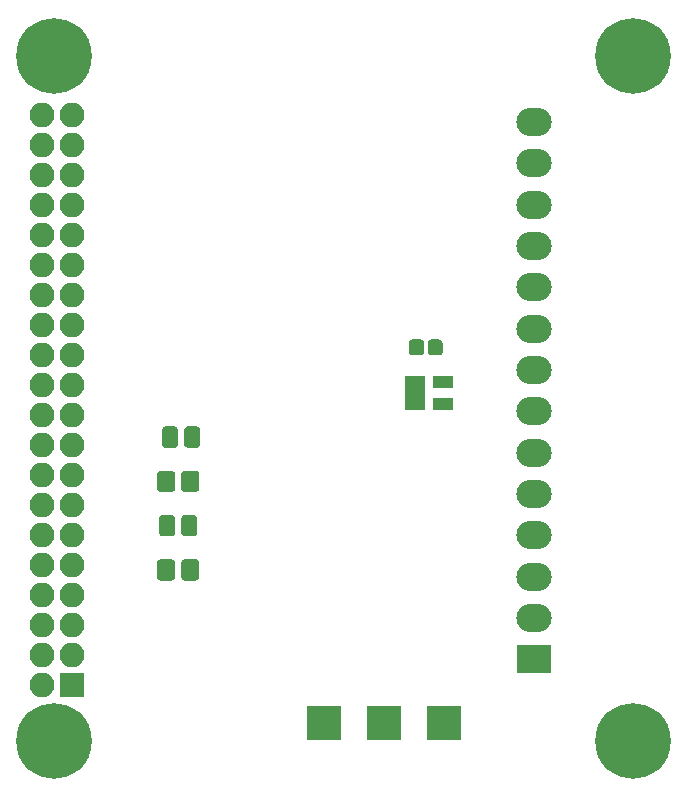
<source format=gbr>
G04 #@! TF.GenerationSoftware,KiCad,Pcbnew,6.0.0-rc1-unknown-46fddab~66~ubuntu16.04.1*
G04 #@! TF.CreationDate,2018-09-29T20:34:26+01:00*
G04 #@! TF.ProjectId,test,746573742E6B696361645F7063620000,rev?*
G04 #@! TF.SameCoordinates,Original*
G04 #@! TF.FileFunction,Soldermask,Top*
G04 #@! TF.FilePolarity,Negative*
%FSLAX46Y46*%
G04 Gerber Fmt 4.6, Leading zero omitted, Abs format (unit mm)*
G04 Created by KiCad (PCBNEW 6.0.0-rc1-unknown-46fddab~66~ubuntu16.04.1) date Sat Sep 29 20:34:26 2018*
%MOMM*%
%LPD*%
G01*
G04 APERTURE LIST*
%ADD10R,2.900000X2.900000*%
%ADD11C,6.400000*%
%ADD12C,0.100000*%
%ADD13C,1.275000*%
%ADD14R,3.000000X2.400000*%
%ADD15O,3.000000X2.400000*%
%ADD16R,2.100000X2.100000*%
%ADD17O,2.100000X2.100000*%
%ADD18R,1.790000X0.980000*%
%ADD19C,1.550000*%
%ADD20C,1.375000*%
G04 APERTURE END LIST*
D10*
G04 #@! TO.C,K*
X173990000Y-105750000D03*
G04 #@! TD*
G04 #@! TO.C,5V*
X168910000Y-105750000D03*
G04 #@! TD*
D11*
G04 #@! TO.C,REF\002A\002A*
X141000000Y-49250000D03*
G04 #@! TD*
G04 #@! TO.C,REF\002A\002A*
X190000000Y-49250000D03*
G04 #@! TD*
G04 #@! TO.C,REF\002A\002A*
X190000000Y-107250000D03*
G04 #@! TD*
G04 #@! TO.C,REF\002A\002A*
X141000000Y-107250000D03*
G04 #@! TD*
D12*
G04 #@! TO.C,C4*
G36*
X172028493Y-73240535D02*
X172059435Y-73245125D01*
X172089778Y-73252725D01*
X172119230Y-73263263D01*
X172147508Y-73276638D01*
X172174338Y-73292719D01*
X172199463Y-73311353D01*
X172222640Y-73332360D01*
X172243647Y-73355537D01*
X172262281Y-73380662D01*
X172278362Y-73407492D01*
X172291737Y-73435770D01*
X172302275Y-73465222D01*
X172309875Y-73495565D01*
X172314465Y-73526507D01*
X172316000Y-73557750D01*
X172316000Y-74270250D01*
X172314465Y-74301493D01*
X172309875Y-74332435D01*
X172302275Y-74362778D01*
X172291737Y-74392230D01*
X172278362Y-74420508D01*
X172262281Y-74447338D01*
X172243647Y-74472463D01*
X172222640Y-74495640D01*
X172199463Y-74516647D01*
X172174338Y-74535281D01*
X172147508Y-74551362D01*
X172119230Y-74564737D01*
X172089778Y-74575275D01*
X172059435Y-74582875D01*
X172028493Y-74587465D01*
X171997250Y-74589000D01*
X171359750Y-74589000D01*
X171328507Y-74587465D01*
X171297565Y-74582875D01*
X171267222Y-74575275D01*
X171237770Y-74564737D01*
X171209492Y-74551362D01*
X171182662Y-74535281D01*
X171157537Y-74516647D01*
X171134360Y-74495640D01*
X171113353Y-74472463D01*
X171094719Y-74447338D01*
X171078638Y-74420508D01*
X171065263Y-74392230D01*
X171054725Y-74362778D01*
X171047125Y-74332435D01*
X171042535Y-74301493D01*
X171041000Y-74270250D01*
X171041000Y-73557750D01*
X171042535Y-73526507D01*
X171047125Y-73495565D01*
X171054725Y-73465222D01*
X171065263Y-73435770D01*
X171078638Y-73407492D01*
X171094719Y-73380662D01*
X171113353Y-73355537D01*
X171134360Y-73332360D01*
X171157537Y-73311353D01*
X171182662Y-73292719D01*
X171209492Y-73276638D01*
X171237770Y-73263263D01*
X171267222Y-73252725D01*
X171297565Y-73245125D01*
X171328507Y-73240535D01*
X171359750Y-73239000D01*
X171997250Y-73239000D01*
X172028493Y-73240535D01*
X172028493Y-73240535D01*
G37*
D13*
X171678500Y-73914000D03*
D12*
G36*
X173603493Y-73240535D02*
X173634435Y-73245125D01*
X173664778Y-73252725D01*
X173694230Y-73263263D01*
X173722508Y-73276638D01*
X173749338Y-73292719D01*
X173774463Y-73311353D01*
X173797640Y-73332360D01*
X173818647Y-73355537D01*
X173837281Y-73380662D01*
X173853362Y-73407492D01*
X173866737Y-73435770D01*
X173877275Y-73465222D01*
X173884875Y-73495565D01*
X173889465Y-73526507D01*
X173891000Y-73557750D01*
X173891000Y-74270250D01*
X173889465Y-74301493D01*
X173884875Y-74332435D01*
X173877275Y-74362778D01*
X173866737Y-74392230D01*
X173853362Y-74420508D01*
X173837281Y-74447338D01*
X173818647Y-74472463D01*
X173797640Y-74495640D01*
X173774463Y-74516647D01*
X173749338Y-74535281D01*
X173722508Y-74551362D01*
X173694230Y-74564737D01*
X173664778Y-74575275D01*
X173634435Y-74582875D01*
X173603493Y-74587465D01*
X173572250Y-74589000D01*
X172934750Y-74589000D01*
X172903507Y-74587465D01*
X172872565Y-74582875D01*
X172842222Y-74575275D01*
X172812770Y-74564737D01*
X172784492Y-74551362D01*
X172757662Y-74535281D01*
X172732537Y-74516647D01*
X172709360Y-74495640D01*
X172688353Y-74472463D01*
X172669719Y-74447338D01*
X172653638Y-74420508D01*
X172640263Y-74392230D01*
X172629725Y-74362778D01*
X172622125Y-74332435D01*
X172617535Y-74301493D01*
X172616000Y-74270250D01*
X172616000Y-73557750D01*
X172617535Y-73526507D01*
X172622125Y-73495565D01*
X172629725Y-73465222D01*
X172640263Y-73435770D01*
X172653638Y-73407492D01*
X172669719Y-73380662D01*
X172688353Y-73355537D01*
X172709360Y-73332360D01*
X172732537Y-73311353D01*
X172757662Y-73292719D01*
X172784492Y-73276638D01*
X172812770Y-73263263D01*
X172842222Y-73252725D01*
X172872565Y-73245125D01*
X172903507Y-73240535D01*
X172934750Y-73239000D01*
X173572250Y-73239000D01*
X173603493Y-73240535D01*
X173603493Y-73240535D01*
G37*
D13*
X173253500Y-73914000D03*
G04 #@! TD*
D14*
G04 #@! TO.C,J1*
X181610000Y-100330000D03*
D15*
X181610000Y-96830000D03*
X181610000Y-93330000D03*
X181610000Y-89830000D03*
X181610000Y-86330000D03*
X181610000Y-82830000D03*
X181610000Y-79330000D03*
X181610000Y-75830000D03*
X181610000Y-72330000D03*
X181610000Y-68830000D03*
X181610000Y-65330000D03*
X181610000Y-61830000D03*
X181610000Y-58330000D03*
X181610000Y-54830000D03*
G04 #@! TD*
D16*
G04 #@! TO.C,RASPI_2_3_HEADER1*
X142500000Y-102500000D03*
D17*
X139960000Y-102500000D03*
X142500000Y-99960000D03*
X139960000Y-99960000D03*
X142500000Y-97420000D03*
X139960000Y-97420000D03*
X142500000Y-94880000D03*
X139960000Y-94880000D03*
X142500000Y-92340000D03*
X139960000Y-92340000D03*
X142500000Y-89800000D03*
X139960000Y-89800000D03*
X142500000Y-87260000D03*
X139960000Y-87260000D03*
X142500000Y-84720000D03*
X139960000Y-84720000D03*
X142500000Y-82180000D03*
X139960000Y-82180000D03*
X142500000Y-79640000D03*
X139960000Y-79640000D03*
X142500000Y-77100000D03*
X139960000Y-77100000D03*
X142500000Y-74560000D03*
X139960000Y-74560000D03*
X142500000Y-72020000D03*
X139960000Y-72020000D03*
X142500000Y-69480000D03*
X139960000Y-69480000D03*
X142500000Y-66940000D03*
X139960000Y-66940000D03*
X142500000Y-64400000D03*
X139960000Y-64400000D03*
X142500000Y-61860000D03*
X139960000Y-61860000D03*
X142500000Y-59320000D03*
X139960000Y-59320000D03*
X142500000Y-56780000D03*
X139960000Y-56780000D03*
X142500000Y-54240000D03*
X139960000Y-54240000D03*
G04 #@! TD*
D18*
G04 #@! TO.C,U4*
X171585000Y-76800000D03*
X171585000Y-77750000D03*
X171585000Y-78700000D03*
X173915000Y-78700000D03*
X173915000Y-76800000D03*
G04 #@! TD*
D10*
G04 #@! TO.C,GND*
X163830000Y-105750000D03*
G04 #@! TD*
D12*
G04 #@! TO.C,D2*
G36*
X150946071Y-84351623D02*
X150978781Y-84356475D01*
X151010857Y-84364509D01*
X151041991Y-84375649D01*
X151071884Y-84389787D01*
X151100247Y-84406787D01*
X151126807Y-84426485D01*
X151151308Y-84448692D01*
X151173515Y-84473193D01*
X151193213Y-84499753D01*
X151210213Y-84528116D01*
X151224351Y-84558009D01*
X151235491Y-84589143D01*
X151243525Y-84621219D01*
X151248377Y-84653929D01*
X151250000Y-84686956D01*
X151250000Y-85813044D01*
X151248377Y-85846071D01*
X151243525Y-85878781D01*
X151235491Y-85910857D01*
X151224351Y-85941991D01*
X151210213Y-85971884D01*
X151193213Y-86000247D01*
X151173515Y-86026807D01*
X151151308Y-86051308D01*
X151126807Y-86073515D01*
X151100247Y-86093213D01*
X151071884Y-86110213D01*
X151041991Y-86124351D01*
X151010857Y-86135491D01*
X150978781Y-86143525D01*
X150946071Y-86148377D01*
X150913044Y-86150000D01*
X150036956Y-86150000D01*
X150003929Y-86148377D01*
X149971219Y-86143525D01*
X149939143Y-86135491D01*
X149908009Y-86124351D01*
X149878116Y-86110213D01*
X149849753Y-86093213D01*
X149823193Y-86073515D01*
X149798692Y-86051308D01*
X149776485Y-86026807D01*
X149756787Y-86000247D01*
X149739787Y-85971884D01*
X149725649Y-85941991D01*
X149714509Y-85910857D01*
X149706475Y-85878781D01*
X149701623Y-85846071D01*
X149700000Y-85813044D01*
X149700000Y-84686956D01*
X149701623Y-84653929D01*
X149706475Y-84621219D01*
X149714509Y-84589143D01*
X149725649Y-84558009D01*
X149739787Y-84528116D01*
X149756787Y-84499753D01*
X149776485Y-84473193D01*
X149798692Y-84448692D01*
X149823193Y-84426485D01*
X149849753Y-84406787D01*
X149878116Y-84389787D01*
X149908009Y-84375649D01*
X149939143Y-84364509D01*
X149971219Y-84356475D01*
X150003929Y-84351623D01*
X150036956Y-84350000D01*
X150913044Y-84350000D01*
X150946071Y-84351623D01*
X150946071Y-84351623D01*
G37*
D19*
X150475000Y-85250000D03*
D12*
G36*
X152996071Y-84351623D02*
X153028781Y-84356475D01*
X153060857Y-84364509D01*
X153091991Y-84375649D01*
X153121884Y-84389787D01*
X153150247Y-84406787D01*
X153176807Y-84426485D01*
X153201308Y-84448692D01*
X153223515Y-84473193D01*
X153243213Y-84499753D01*
X153260213Y-84528116D01*
X153274351Y-84558009D01*
X153285491Y-84589143D01*
X153293525Y-84621219D01*
X153298377Y-84653929D01*
X153300000Y-84686956D01*
X153300000Y-85813044D01*
X153298377Y-85846071D01*
X153293525Y-85878781D01*
X153285491Y-85910857D01*
X153274351Y-85941991D01*
X153260213Y-85971884D01*
X153243213Y-86000247D01*
X153223515Y-86026807D01*
X153201308Y-86051308D01*
X153176807Y-86073515D01*
X153150247Y-86093213D01*
X153121884Y-86110213D01*
X153091991Y-86124351D01*
X153060857Y-86135491D01*
X153028781Y-86143525D01*
X152996071Y-86148377D01*
X152963044Y-86150000D01*
X152086956Y-86150000D01*
X152053929Y-86148377D01*
X152021219Y-86143525D01*
X151989143Y-86135491D01*
X151958009Y-86124351D01*
X151928116Y-86110213D01*
X151899753Y-86093213D01*
X151873193Y-86073515D01*
X151848692Y-86051308D01*
X151826485Y-86026807D01*
X151806787Y-86000247D01*
X151789787Y-85971884D01*
X151775649Y-85941991D01*
X151764509Y-85910857D01*
X151756475Y-85878781D01*
X151751623Y-85846071D01*
X151750000Y-85813044D01*
X151750000Y-84686956D01*
X151751623Y-84653929D01*
X151756475Y-84621219D01*
X151764509Y-84589143D01*
X151775649Y-84558009D01*
X151789787Y-84528116D01*
X151806787Y-84499753D01*
X151826485Y-84473193D01*
X151848692Y-84448692D01*
X151873193Y-84426485D01*
X151899753Y-84406787D01*
X151928116Y-84389787D01*
X151958009Y-84375649D01*
X151989143Y-84364509D01*
X152021219Y-84356475D01*
X152053929Y-84351623D01*
X152086956Y-84350000D01*
X152963044Y-84350000D01*
X152996071Y-84351623D01*
X152996071Y-84351623D01*
G37*
D19*
X152525000Y-85250000D03*
G04 #@! TD*
D12*
G04 #@! TO.C,D3*
G36*
X152996071Y-91851623D02*
X153028781Y-91856475D01*
X153060857Y-91864509D01*
X153091991Y-91875649D01*
X153121884Y-91889787D01*
X153150247Y-91906787D01*
X153176807Y-91926485D01*
X153201308Y-91948692D01*
X153223515Y-91973193D01*
X153243213Y-91999753D01*
X153260213Y-92028116D01*
X153274351Y-92058009D01*
X153285491Y-92089143D01*
X153293525Y-92121219D01*
X153298377Y-92153929D01*
X153300000Y-92186956D01*
X153300000Y-93313044D01*
X153298377Y-93346071D01*
X153293525Y-93378781D01*
X153285491Y-93410857D01*
X153274351Y-93441991D01*
X153260213Y-93471884D01*
X153243213Y-93500247D01*
X153223515Y-93526807D01*
X153201308Y-93551308D01*
X153176807Y-93573515D01*
X153150247Y-93593213D01*
X153121884Y-93610213D01*
X153091991Y-93624351D01*
X153060857Y-93635491D01*
X153028781Y-93643525D01*
X152996071Y-93648377D01*
X152963044Y-93650000D01*
X152086956Y-93650000D01*
X152053929Y-93648377D01*
X152021219Y-93643525D01*
X151989143Y-93635491D01*
X151958009Y-93624351D01*
X151928116Y-93610213D01*
X151899753Y-93593213D01*
X151873193Y-93573515D01*
X151848692Y-93551308D01*
X151826485Y-93526807D01*
X151806787Y-93500247D01*
X151789787Y-93471884D01*
X151775649Y-93441991D01*
X151764509Y-93410857D01*
X151756475Y-93378781D01*
X151751623Y-93346071D01*
X151750000Y-93313044D01*
X151750000Y-92186956D01*
X151751623Y-92153929D01*
X151756475Y-92121219D01*
X151764509Y-92089143D01*
X151775649Y-92058009D01*
X151789787Y-92028116D01*
X151806787Y-91999753D01*
X151826485Y-91973193D01*
X151848692Y-91948692D01*
X151873193Y-91926485D01*
X151899753Y-91906787D01*
X151928116Y-91889787D01*
X151958009Y-91875649D01*
X151989143Y-91864509D01*
X152021219Y-91856475D01*
X152053929Y-91851623D01*
X152086956Y-91850000D01*
X152963044Y-91850000D01*
X152996071Y-91851623D01*
X152996071Y-91851623D01*
G37*
D19*
X152525000Y-92750000D03*
D12*
G36*
X150946071Y-91851623D02*
X150978781Y-91856475D01*
X151010857Y-91864509D01*
X151041991Y-91875649D01*
X151071884Y-91889787D01*
X151100247Y-91906787D01*
X151126807Y-91926485D01*
X151151308Y-91948692D01*
X151173515Y-91973193D01*
X151193213Y-91999753D01*
X151210213Y-92028116D01*
X151224351Y-92058009D01*
X151235491Y-92089143D01*
X151243525Y-92121219D01*
X151248377Y-92153929D01*
X151250000Y-92186956D01*
X151250000Y-93313044D01*
X151248377Y-93346071D01*
X151243525Y-93378781D01*
X151235491Y-93410857D01*
X151224351Y-93441991D01*
X151210213Y-93471884D01*
X151193213Y-93500247D01*
X151173515Y-93526807D01*
X151151308Y-93551308D01*
X151126807Y-93573515D01*
X151100247Y-93593213D01*
X151071884Y-93610213D01*
X151041991Y-93624351D01*
X151010857Y-93635491D01*
X150978781Y-93643525D01*
X150946071Y-93648377D01*
X150913044Y-93650000D01*
X150036956Y-93650000D01*
X150003929Y-93648377D01*
X149971219Y-93643525D01*
X149939143Y-93635491D01*
X149908009Y-93624351D01*
X149878116Y-93610213D01*
X149849753Y-93593213D01*
X149823193Y-93573515D01*
X149798692Y-93551308D01*
X149776485Y-93526807D01*
X149756787Y-93500247D01*
X149739787Y-93471884D01*
X149725649Y-93441991D01*
X149714509Y-93410857D01*
X149706475Y-93378781D01*
X149701623Y-93346071D01*
X149700000Y-93313044D01*
X149700000Y-92186956D01*
X149701623Y-92153929D01*
X149706475Y-92121219D01*
X149714509Y-92089143D01*
X149725649Y-92058009D01*
X149739787Y-92028116D01*
X149756787Y-91999753D01*
X149776485Y-91973193D01*
X149798692Y-91948692D01*
X149823193Y-91926485D01*
X149849753Y-91906787D01*
X149878116Y-91889787D01*
X149908009Y-91875649D01*
X149939143Y-91864509D01*
X149971219Y-91856475D01*
X150003929Y-91851623D01*
X150036956Y-91850000D01*
X150913044Y-91850000D01*
X150946071Y-91851623D01*
X150946071Y-91851623D01*
G37*
D19*
X150475000Y-92750000D03*
G04 #@! TD*
D12*
G04 #@! TO.C,R18*
G36*
X153064943Y-80601655D02*
X153098312Y-80606605D01*
X153131035Y-80614802D01*
X153162797Y-80626166D01*
X153193293Y-80640590D01*
X153222227Y-80657932D01*
X153249323Y-80678028D01*
X153274318Y-80700682D01*
X153296972Y-80725677D01*
X153317068Y-80752773D01*
X153334410Y-80781707D01*
X153348834Y-80812203D01*
X153360198Y-80843965D01*
X153368395Y-80876688D01*
X153373345Y-80910057D01*
X153375000Y-80943750D01*
X153375000Y-82056250D01*
X153373345Y-82089943D01*
X153368395Y-82123312D01*
X153360198Y-82156035D01*
X153348834Y-82187797D01*
X153334410Y-82218293D01*
X153317068Y-82247227D01*
X153296972Y-82274323D01*
X153274318Y-82299318D01*
X153249323Y-82321972D01*
X153222227Y-82342068D01*
X153193293Y-82359410D01*
X153162797Y-82373834D01*
X153131035Y-82385198D01*
X153098312Y-82393395D01*
X153064943Y-82398345D01*
X153031250Y-82400000D01*
X152343750Y-82400000D01*
X152310057Y-82398345D01*
X152276688Y-82393395D01*
X152243965Y-82385198D01*
X152212203Y-82373834D01*
X152181707Y-82359410D01*
X152152773Y-82342068D01*
X152125677Y-82321972D01*
X152100682Y-82299318D01*
X152078028Y-82274323D01*
X152057932Y-82247227D01*
X152040590Y-82218293D01*
X152026166Y-82187797D01*
X152014802Y-82156035D01*
X152006605Y-82123312D01*
X152001655Y-82089943D01*
X152000000Y-82056250D01*
X152000000Y-80943750D01*
X152001655Y-80910057D01*
X152006605Y-80876688D01*
X152014802Y-80843965D01*
X152026166Y-80812203D01*
X152040590Y-80781707D01*
X152057932Y-80752773D01*
X152078028Y-80725677D01*
X152100682Y-80700682D01*
X152125677Y-80678028D01*
X152152773Y-80657932D01*
X152181707Y-80640590D01*
X152212203Y-80626166D01*
X152243965Y-80614802D01*
X152276688Y-80606605D01*
X152310057Y-80601655D01*
X152343750Y-80600000D01*
X153031250Y-80600000D01*
X153064943Y-80601655D01*
X153064943Y-80601655D01*
G37*
D20*
X152687500Y-81500000D03*
D12*
G36*
X151189943Y-80601655D02*
X151223312Y-80606605D01*
X151256035Y-80614802D01*
X151287797Y-80626166D01*
X151318293Y-80640590D01*
X151347227Y-80657932D01*
X151374323Y-80678028D01*
X151399318Y-80700682D01*
X151421972Y-80725677D01*
X151442068Y-80752773D01*
X151459410Y-80781707D01*
X151473834Y-80812203D01*
X151485198Y-80843965D01*
X151493395Y-80876688D01*
X151498345Y-80910057D01*
X151500000Y-80943750D01*
X151500000Y-82056250D01*
X151498345Y-82089943D01*
X151493395Y-82123312D01*
X151485198Y-82156035D01*
X151473834Y-82187797D01*
X151459410Y-82218293D01*
X151442068Y-82247227D01*
X151421972Y-82274323D01*
X151399318Y-82299318D01*
X151374323Y-82321972D01*
X151347227Y-82342068D01*
X151318293Y-82359410D01*
X151287797Y-82373834D01*
X151256035Y-82385198D01*
X151223312Y-82393395D01*
X151189943Y-82398345D01*
X151156250Y-82400000D01*
X150468750Y-82400000D01*
X150435057Y-82398345D01*
X150401688Y-82393395D01*
X150368965Y-82385198D01*
X150337203Y-82373834D01*
X150306707Y-82359410D01*
X150277773Y-82342068D01*
X150250677Y-82321972D01*
X150225682Y-82299318D01*
X150203028Y-82274323D01*
X150182932Y-82247227D01*
X150165590Y-82218293D01*
X150151166Y-82187797D01*
X150139802Y-82156035D01*
X150131605Y-82123312D01*
X150126655Y-82089943D01*
X150125000Y-82056250D01*
X150125000Y-80943750D01*
X150126655Y-80910057D01*
X150131605Y-80876688D01*
X150139802Y-80843965D01*
X150151166Y-80812203D01*
X150165590Y-80781707D01*
X150182932Y-80752773D01*
X150203028Y-80725677D01*
X150225682Y-80700682D01*
X150250677Y-80678028D01*
X150277773Y-80657932D01*
X150306707Y-80640590D01*
X150337203Y-80626166D01*
X150368965Y-80614802D01*
X150401688Y-80606605D01*
X150435057Y-80601655D01*
X150468750Y-80600000D01*
X151156250Y-80600000D01*
X151189943Y-80601655D01*
X151189943Y-80601655D01*
G37*
D20*
X150812500Y-81500000D03*
G04 #@! TD*
D12*
G04 #@! TO.C,R19*
G36*
X150939943Y-88101655D02*
X150973312Y-88106605D01*
X151006035Y-88114802D01*
X151037797Y-88126166D01*
X151068293Y-88140590D01*
X151097227Y-88157932D01*
X151124323Y-88178028D01*
X151149318Y-88200682D01*
X151171972Y-88225677D01*
X151192068Y-88252773D01*
X151209410Y-88281707D01*
X151223834Y-88312203D01*
X151235198Y-88343965D01*
X151243395Y-88376688D01*
X151248345Y-88410057D01*
X151250000Y-88443750D01*
X151250000Y-89556250D01*
X151248345Y-89589943D01*
X151243395Y-89623312D01*
X151235198Y-89656035D01*
X151223834Y-89687797D01*
X151209410Y-89718293D01*
X151192068Y-89747227D01*
X151171972Y-89774323D01*
X151149318Y-89799318D01*
X151124323Y-89821972D01*
X151097227Y-89842068D01*
X151068293Y-89859410D01*
X151037797Y-89873834D01*
X151006035Y-89885198D01*
X150973312Y-89893395D01*
X150939943Y-89898345D01*
X150906250Y-89900000D01*
X150218750Y-89900000D01*
X150185057Y-89898345D01*
X150151688Y-89893395D01*
X150118965Y-89885198D01*
X150087203Y-89873834D01*
X150056707Y-89859410D01*
X150027773Y-89842068D01*
X150000677Y-89821972D01*
X149975682Y-89799318D01*
X149953028Y-89774323D01*
X149932932Y-89747227D01*
X149915590Y-89718293D01*
X149901166Y-89687797D01*
X149889802Y-89656035D01*
X149881605Y-89623312D01*
X149876655Y-89589943D01*
X149875000Y-89556250D01*
X149875000Y-88443750D01*
X149876655Y-88410057D01*
X149881605Y-88376688D01*
X149889802Y-88343965D01*
X149901166Y-88312203D01*
X149915590Y-88281707D01*
X149932932Y-88252773D01*
X149953028Y-88225677D01*
X149975682Y-88200682D01*
X150000677Y-88178028D01*
X150027773Y-88157932D01*
X150056707Y-88140590D01*
X150087203Y-88126166D01*
X150118965Y-88114802D01*
X150151688Y-88106605D01*
X150185057Y-88101655D01*
X150218750Y-88100000D01*
X150906250Y-88100000D01*
X150939943Y-88101655D01*
X150939943Y-88101655D01*
G37*
D20*
X150562500Y-89000000D03*
D12*
G36*
X152814943Y-88101655D02*
X152848312Y-88106605D01*
X152881035Y-88114802D01*
X152912797Y-88126166D01*
X152943293Y-88140590D01*
X152972227Y-88157932D01*
X152999323Y-88178028D01*
X153024318Y-88200682D01*
X153046972Y-88225677D01*
X153067068Y-88252773D01*
X153084410Y-88281707D01*
X153098834Y-88312203D01*
X153110198Y-88343965D01*
X153118395Y-88376688D01*
X153123345Y-88410057D01*
X153125000Y-88443750D01*
X153125000Y-89556250D01*
X153123345Y-89589943D01*
X153118395Y-89623312D01*
X153110198Y-89656035D01*
X153098834Y-89687797D01*
X153084410Y-89718293D01*
X153067068Y-89747227D01*
X153046972Y-89774323D01*
X153024318Y-89799318D01*
X152999323Y-89821972D01*
X152972227Y-89842068D01*
X152943293Y-89859410D01*
X152912797Y-89873834D01*
X152881035Y-89885198D01*
X152848312Y-89893395D01*
X152814943Y-89898345D01*
X152781250Y-89900000D01*
X152093750Y-89900000D01*
X152060057Y-89898345D01*
X152026688Y-89893395D01*
X151993965Y-89885198D01*
X151962203Y-89873834D01*
X151931707Y-89859410D01*
X151902773Y-89842068D01*
X151875677Y-89821972D01*
X151850682Y-89799318D01*
X151828028Y-89774323D01*
X151807932Y-89747227D01*
X151790590Y-89718293D01*
X151776166Y-89687797D01*
X151764802Y-89656035D01*
X151756605Y-89623312D01*
X151751655Y-89589943D01*
X151750000Y-89556250D01*
X151750000Y-88443750D01*
X151751655Y-88410057D01*
X151756605Y-88376688D01*
X151764802Y-88343965D01*
X151776166Y-88312203D01*
X151790590Y-88281707D01*
X151807932Y-88252773D01*
X151828028Y-88225677D01*
X151850682Y-88200682D01*
X151875677Y-88178028D01*
X151902773Y-88157932D01*
X151931707Y-88140590D01*
X151962203Y-88126166D01*
X151993965Y-88114802D01*
X152026688Y-88106605D01*
X152060057Y-88101655D01*
X152093750Y-88100000D01*
X152781250Y-88100000D01*
X152814943Y-88101655D01*
X152814943Y-88101655D01*
G37*
D20*
X152437500Y-89000000D03*
G04 #@! TD*
M02*

</source>
